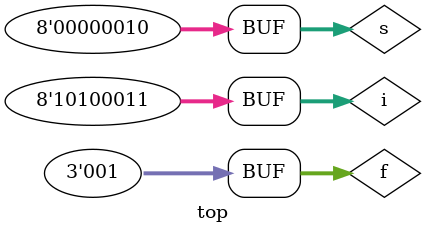
<source format=v>
module top;
reg [7:0] i, s;
reg [2:0] f;
wire [7:0] o;

initial begin
    i = 8'b01010001;
    s = 8'b00000011;
    f = 3'b000;
    #100;
    i = 8'b10100011;
    s = 8'b00000010;
    f = 3'b001;
    #200;
end

/*
initial begin
$vcdplusfile("funnel.vpd");
$vcdpluson(0, top);
end
*/

initial begin
	$monitor("i = %8b, f = %8b, s = %8b, o = %8b", i,f,s,o);
end
funnel dut(i,f,s,o);

endmodule

</source>
